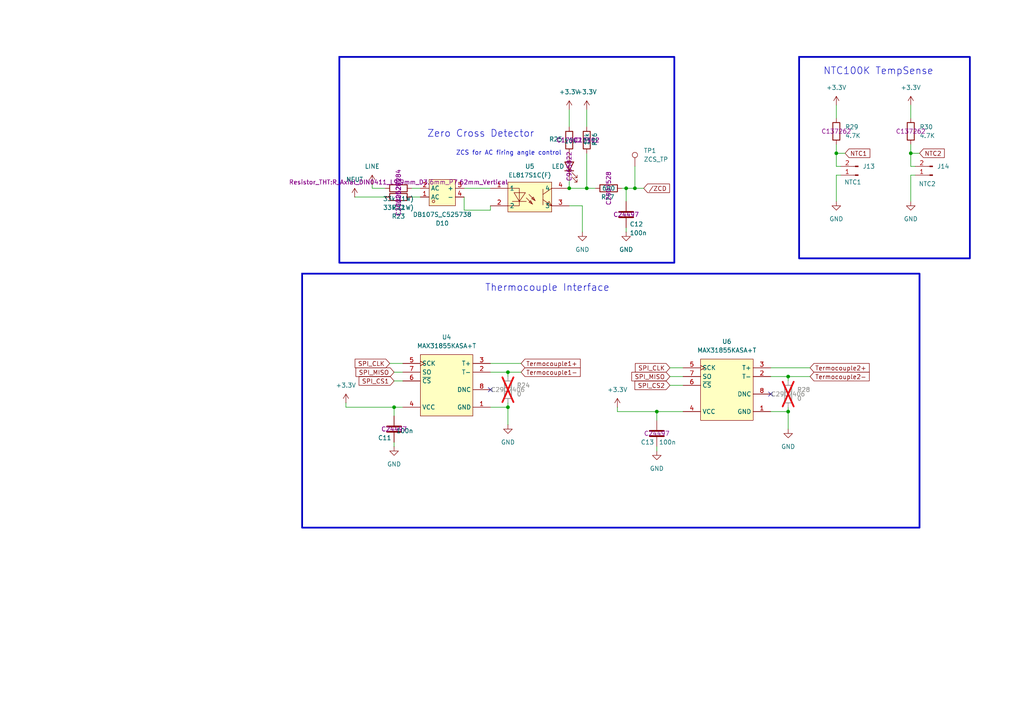
<source format=kicad_sch>
(kicad_sch (version 20250114) (generator "eeschema") (generator_version "9.0")
  (paper "A4")
  (lib_symbols
    (symbol "Connector:Conn_01x02_Pin" (pin_names (offset 1.016) (hide yes))
      (property "Reference" "J" (at 0 2.54 0))
      (property "Value" "Conn_01x02_Pin" (at 0 -5.08 0))
      (symbol "Conn_01x02_Pin_1_1"
        (rectangle (start 0.8636 0.127) (end 0 -0.127) (stroke (width 0.1524)) (fill (type outline)))
        (rectangle (start 0.8636 -2.413) (end 0 -2.667) (stroke (width 0.1524)) (fill (type outline)))
        (polyline (pts (xy 1.27 0) (xy 0.8636 0)) (stroke (width 0.1524)))
        (polyline (pts (xy 1.27 -2.54) (xy 0.8636 -2.54)) (stroke (width 0.1524)))
        (pin passive line (at 5.08 0 180) (length 3.81) (name "Pin_1") (number "1"))
        (pin passive line (at 5.08 -2.54 180) (length 3.81) (name "Pin_2") (number "2"))
      )
    )
    (symbol "Connector:TestPoint" (pin_numbers (hide yes)) (pin_names (offset 0.762) (hide yes))
      (property "Reference" "TP" (at 0 6.858 0))
      (property "Value" "TestPoint" (at 0 5.08 0))
      (symbol "TestPoint_0_1"
        (circle (center 0 3.302) (radius 0.762))
      )
      (symbol "TestPoint_1_1"
        (pin passive line (at 0 0 90) (length 2.54) (name "1") (number "1"))
      )
    )
    (symbol "Device:C" (pin_numbers (hide yes)) (pin_names (offset 0.254))
      (property "Reference" "C" (at 0.635 2.54 0))
      (property "Value" "C" (at 0.635 -2.54 0))
      (symbol "C_0_1"
        (polyline (pts (xy -2.032 0.762) (xy 2.032 0.762)) (stroke (width 0.508)))
        (polyline (pts (xy -2.032 -0.762) (xy 2.032 -0.762)) (stroke (width 0.508)))
      )
      (symbol "C_1_1"
        (pin passive line (at 0 3.81 270) (length 2.794) (name "~") (number "1"))
        (pin passive line (at 0 -3.81 90) (length 2.794) (name "~") (number "2"))
      )
    )
    (symbol "Device:LED" (pin_numbers (hide yes)) (pin_names (offset 1.016) (hide yes))
      (property "Reference" "D" (at 0 2.54 0))
      (property "Value" "LED" (at 0 -2.54 0))
      (symbol "LED_0_1"
        (polyline (pts (xy -3.048 -0.762) (xy -4.572 -2.286) (xy -3.81 -2.286) (xy -4.572 -2.286) (xy -4.572 -1.524)))
        (polyline (pts (xy -1.778 -0.762) (xy -3.302 -2.286) (xy -2.54 -2.286) (xy -3.302 -2.286) (xy -3.302 -1.524)))
        (polyline (pts (xy -1.27 0) (xy 1.27 0)))
        (polyline (pts (xy -1.27 -1.27) (xy -1.27 1.27)) (stroke (width 0.254)))
        (polyline (pts (xy 1.27 -1.27) (xy 1.27 1.27) (xy -1.27 0) (xy 1.27 -1.27)) (stroke (width 0.254)))
      )
      (symbol "LED_1_1"
        (pin passive line (at -3.81 0 0) (length 2.54) (name "K") (number "1"))
        (pin passive line (at 3.81 0 180) (length 2.54) (name "A") (number "2"))
      )
    )
    (symbol "Device:R" (pin_numbers (hide yes)) (pin_names (offset 0))
      (property "Reference" "R" (at 2.032 0 90))
      (property "Value" "R" (at 0 0 90))
      (symbol "R_0_1"
        (rectangle (start -1.016 -2.54) (end 1.016 2.54) (stroke (width 0.254)))
      )
      (symbol "R_1_1"
        (pin passive line (at 0 3.81 270) (length 1.27) (name "~") (number "1"))
        (pin passive line (at 0 -3.81 90) (length 1.27) (name "~") (number "2"))
      )
    )
    (symbol "EasyEDA:DB107S_C525738"
      (property "Reference" "D" (at 0 6.35 0))
      (property "Value" "DB107S_C525738" (at 0 -6.35 0))
      (symbol "DB107S_C525738_0_1"
        (rectangle (start -3.81 3.81) (end 3.81 -3.81) (fill (type background)))
        (circle (center -2.54 2.54) (radius 0.38))
        (pin unspecified line (at -6.35 1.27 0) (length 2.54) (name "AC") (number "1"))
        (pin unspecified line (at -6.35 -1.27 0) (length 2.54) (name "AC") (number "2"))
        (pin unspecified line (at 6.35 1.27 180) (length 2.54) (name "-") (number "4"))
        (pin unspecified line (at 6.35 -1.27 180) (length 2.54) (name "+") (number "3"))
      )
    )
    (symbol "EasyEDA:EL817S1C(F)"
      (property "Reference" "U" (at 0 7.62 0))
      (property "Value" "EL817S1C(F)" (at 0 -7.62 0))
      (symbol "EL817S1C(F)_0_1"
        (rectangle (start -7.62 4.32) (end 5.08 -4.32) (fill (type background)))
        (polyline (pts (xy -7.62 2.54) (xy -4.32 2.54) (xy -4.32 -2.54) (xy -7.62 -2.54)))
        (polyline (pts (xy -5.84 1.27) (xy -4.32 -1.27) (xy -2.54 1.27) (xy -5.84 1.27)) (fill (type background)))
        (polyline (pts (xy -2.29 -0.25) (xy -0.51 -2.03)))
        (polyline (pts (xy -2.29 -1.27) (xy -6.35 -1.27)))
        (polyline (pts (xy -1.52 0.76) (xy 0.25 -1.02)))
        (polyline (pts (xy -0.51 -2.03) (xy -1.02 -1.02) (xy -1.52 -1.52) (xy -0.51 -2.03)) (fill (type background)))
        (polyline (pts (xy 0.25 -1.02) (xy -0.25 0) (xy -0.76 -0.51) (xy 0.25 -1.02)) (fill (type background)))
        (polyline (pts (xy 2.54 2.29) (xy 2.54 -2.29)))
        (polyline (pts (xy 2.54 -0.76) (xy 5.08 -2.54)))
        (polyline (pts (xy 5.08 2.54) (xy 2.54 0.76)))
        (polyline (pts (xy 5.08 -2.54) (xy 4.32 -1.27) (xy 3.56 -2.29) (xy 5.08 -2.54)) (fill (type background)))
        (pin unspecified line (at -12.7 2.54 0) (length 5.08) (name "1") (number "1"))
        (pin unspecified line (at -12.7 -2.54 0) (length 5.08) (name "2") (number "2"))
        (pin unspecified line (at 10.16 2.54 180) (length 5.08) (name "4") (number "4"))
        (pin unspecified line (at 10.16 -2.54 180) (length 5.08) (name "3") (number "3"))
      )
    )
    (symbol "EasyEDA:MAX31855KASA+T"
      (property "Reference" "U" (at 0 11.43 0))
      (property "Value" "MAX31855KASA+T" (at 0 -11.43 0))
      (symbol "MAX31855KASA+T_0_1"
        (rectangle (start -7.62 8.89) (end 7.62 -8.89) (fill (type background)))
        (pin unspecified clock (at -12.7 6.35 0) (length 5.08) (name "SCK") (number "5"))
        (pin output line (at -12.7 3.81 0) (length 5.08) (name "SO") (number "7"))
        (pin unspecified line (at -12.7 1.27 0) (length 5.08) (name "~{CS}") (number "6"))
        (pin power_in line (at -12.7 -6.35 0) (length 5.08) (name "VCC") (number "4"))
        (pin unspecified line (at 12.7 6.35 180) (length 5.08) (name "T+") (number "3"))
        (pin unspecified line (at 12.7 3.81 180) (length 5.08) (name "T-") (number "2"))
        (pin unspecified line (at 12.7 -1.27 180) (length 5.08) (name "DNC") (number "8"))
        (pin power_in line (at 12.7 -6.35 180) (length 5.08) (name "GND") (number "1"))
      )
    )
    (symbol "power:+3.3V" (power) (pin_numbers (hide yes)) (pin_names (offset 0) (hide yes))
      (property "Value" "+3.3V" (at 0 3.556 0))
      (symbol "+3.3V_0_1"
        (polyline (pts (xy -0.762 1.27) (xy 0 2.54)))
        (polyline (pts (xy 0 2.54) (xy 0.762 1.27)))
        (polyline (pts (xy 0 0) (xy 0 2.54)))
      )
      (symbol "+3.3V_1_1"
        (pin power_in line (at 0 0 90) (length 0) (name "~") (number "1"))
      )
    )
    (symbol "power:GND" (power) (pin_numbers (hide yes)) (pin_names (offset 0) (hide yes))
      (property "Value" "GND" (at 0 -3.81 0))
      (symbol "GND_0_1"
        (polyline (pts (xy 0 0) (xy 0 -1.27) (xy 1.27 -1.27) (xy 0 -2.54) (xy -1.27 -1.27) (xy 0 -1.27)))
      )
      (symbol "GND_1_1"
        (pin power_in line (at 0 0 270) (length 0) (name "~") (number "1"))
      )
    )
    (symbol "power:LINE" (power) (pin_numbers (hide yes)) (pin_names (offset 0) (hide yes))
      (property "Value" "LINE" (at 0 3.556 0))
      (symbol "LINE_0_1"
        (polyline (pts (xy -0.762 1.27) (xy 0 2.54)))
        (polyline (pts (xy 0 2.54) (xy 0.762 1.27)))
        (polyline (pts (xy 0 0) (xy 0 2.54)))
      )
      (symbol "LINE_1_1"
        (pin power_in line (at 0 0 90) (length 0) (name "~") (number "1"))
      )
    )
    (symbol "power:NEUT" (power) (pin_numbers (hide yes)) (pin_names (offset 0) (hide yes))
      (property "Value" "NEUT" (at 0 3.556 0))
      (symbol "NEUT_0_1"
        (polyline (pts (xy -0.762 1.27) (xy 0 2.54)))
        (polyline (pts (xy 0 2.54) (xy 0.762 1.27)))
        (polyline (pts (xy 0 0) (xy 0 2.54)))
      )
      (symbol "NEUT_1_1"
        (pin power_in line (at 0 0 90) (length 0) (name "~") (number "1"))
      )
    )
  )
  (rectangle (start 87.63 79.375) (end 266.7 153.035) (stroke (width 0.508)))
  (rectangle (start 231.775 16.51) (end 281.305 74.93) (stroke (width 0.508)))
  (rectangle (start 98.425 16.51) (end 195.58 76.2) (stroke (width 0.508)))
  (text "Zero Cross Detector" (at 139.446 38.862 0) (effects (font (size 2.032 2.032))))
  (text "Thermocouple Interface" (at 158.75 83.566 0) (effects (font (size 2.032 2.032))))
  (text "NTC100K TempSense\n\n" (at 254.762 22.352 0) (effects (font (size 2.032 2.032))))
  (text "ZCS for AC firing angle control\n" (at 147.574 44.45 0) (effects (font (size 1.27 1.27))))
  (junction (at 242.57 44.45))
  (junction (at 147.32 118.11))
  (junction (at 114.3 118.11))
  (junction (at 190.5 119.38))
  (junction (at 170.18 54.61))
  (junction (at 228.6 119.38))
  (junction (at 228.6 109.22))
  (junction (at 181.61 54.61))
  (junction (at 264.16 44.45))
  (junction (at 184.15 54.61))
  (junction (at 147.32 107.95))
  (junction (at 165.1 54.61))
  (no_connect (at 142.24 113.03))
  (no_connect (at 223.52 114.3))
  (wire (pts (xy 147.32 107.95) (xy 151.13 107.95)))
  (wire (pts (xy 264.16 41.91) (xy 264.16 44.45)))
  (wire (pts (xy 228.6 118.11) (xy 228.6 119.38)))
  (wire (pts (xy 114.3 129.54) (xy 114.3 128.27)))
  (wire (pts (xy 179.07 119.38) (xy 190.5 119.38)))
  (wire (pts (xy 113.03 105.41) (xy 116.84 105.41)))
  (wire (pts (xy 142.24 105.41) (xy 151.13 105.41)))
  (wire (pts (xy 223.52 109.22) (xy 228.6 109.22)))
  (wire (pts (xy 114.3 110.49) (xy 116.84 110.49)))
  (wire (pts (xy 194.31 109.22) (xy 198.12 109.22)))
  (wire (pts (xy 107.95 54.61) (xy 111.76 54.61)))
  (wire (pts (xy 264.16 44.45) (xy 264.16 48.26)))
  (wire (pts (xy 100.33 116.84) (xy 100.33 118.11)))
  (wire (pts (xy 147.32 116.84) (xy 147.32 118.11)))
  (wire (pts (xy 228.6 109.22) (xy 234.95 109.22)))
  (wire (pts (xy 119.38 54.61) (xy 121.92 54.61)))
  (wire (pts (xy 264.16 44.45) (xy 266.7 44.45)))
  (wire (pts (xy 165.1 59.69) (xy 168.91 59.69)))
  (wire (pts (xy 170.18 31.75) (xy 170.18 36.83)))
  (wire (pts (xy 147.32 107.95) (xy 147.32 109.22)))
  (wire (pts (xy 142.24 107.95) (xy 147.32 107.95)))
  (wire (pts (xy 102.87 57.15) (xy 111.76 57.15)))
  (wire (pts (xy 170.18 44.45) (xy 170.18 54.61)))
  (wire (pts (xy 194.31 111.76) (xy 198.12 111.76)))
  (wire (pts (xy 179.07 118.11) (xy 179.07 119.38)))
  (wire (pts (xy 147.32 123.19) (xy 147.32 118.11)))
  (wire (pts (xy 264.16 48.26) (xy 265.43 48.26)))
  (wire (pts (xy 242.57 30.48) (xy 242.57 34.29)))
  (wire (pts (xy 134.62 60.96) (xy 134.62 57.15)))
  (wire (pts (xy 264.16 30.48) (xy 264.16 34.29)))
  (wire (pts (xy 165.1 52.07) (xy 165.1 54.61)))
  (wire (pts (xy 228.6 119.38) (xy 223.52 119.38)))
  (wire (pts (xy 194.31 106.68) (xy 198.12 106.68)))
  (wire (pts (xy 264.16 50.8) (xy 264.16 58.42)))
  (wire (pts (xy 228.6 109.22) (xy 228.6 110.49)))
  (wire (pts (xy 100.33 118.11) (xy 114.3 118.11)))
  (wire (pts (xy 107.95 53.34) (xy 107.95 54.61)))
  (wire (pts (xy 142.24 60.96) (xy 142.24 59.69)))
  (wire (pts (xy 242.57 44.45) (xy 242.57 48.26)))
  (wire (pts (xy 181.61 54.61) (xy 181.61 58.42)))
  (wire (pts (xy 228.6 124.46) (xy 228.6 119.38)))
  (wire (pts (xy 114.3 118.11) (xy 116.84 118.11)))
  (wire (pts (xy 165.1 31.75) (xy 165.1 36.83)))
  (wire (pts (xy 181.61 54.61) (xy 184.15 54.61)))
  (wire (pts (xy 119.38 57.15) (xy 121.92 57.15)))
  (wire (pts (xy 264.16 50.8) (xy 265.43 50.8)))
  (wire (pts (xy 242.57 50.8) (xy 242.57 58.42)))
  (wire (pts (xy 190.5 119.38) (xy 198.12 119.38)))
  (wire (pts (xy 114.3 107.95) (xy 116.84 107.95)))
  (wire (pts (xy 242.57 44.45) (xy 245.11 44.45)))
  (wire (pts (xy 134.62 60.96) (xy 142.24 60.96)))
  (wire (pts (xy 190.5 130.81) (xy 190.5 129.54)))
  (wire (pts (xy 184.15 48.26) (xy 184.15 54.61)))
  (wire (pts (xy 242.57 41.91) (xy 242.57 44.45)))
  (wire (pts (xy 242.57 48.26) (xy 243.84 48.26)))
  (wire (pts (xy 170.18 54.61) (xy 172.72 54.61)))
  (wire (pts (xy 165.1 54.61) (xy 170.18 54.61)))
  (wire (pts (xy 181.61 66.04) (xy 181.61 67.31)))
  (wire (pts (xy 190.5 119.38) (xy 190.5 121.92)))
  (wire (pts (xy 134.62 54.61) (xy 142.24 54.61)))
  (wire (pts (xy 168.91 59.69) (xy 168.91 67.31)))
  (wire (pts (xy 180.34 54.61) (xy 181.61 54.61)))
  (wire (pts (xy 242.57 50.8) (xy 243.84 50.8)))
  (wire (pts (xy 223.52 106.68) (xy 234.95 106.68)))
  (wire (pts (xy 184.15 54.61) (xy 186.69 54.61)))
  (wire (pts (xy 147.32 118.11) (xy 142.24 118.11)))
  (wire (pts (xy 114.3 118.11) (xy 114.3 120.65)))
  (global_label "NTC2" (shape input) (at 266.7 44.45 0) (property "Intersheetrefs" "${INTERSHEET_REFS}" (effects (hide yes))))
  (global_label "SPI_CS2" (shape input) (at 194.31 111.76 180) (property "Intersheetrefs" "${INTERSHEET_REFS}" (effects (hide yes))))
  (global_label "Termocouple2+" (shape input) (at 234.95 106.68 0) (property "Intersheetrefs" "${INTERSHEET_REFS}" (effects (hide yes))))
  (global_label "SPI_MISO" (shape input) (at 114.3 107.95 180) (property "Intersheetrefs" "${INTERSHEET_REFS}" (effects (hide yes))))
  (global_label "Termocouple1-" (shape input) (at 151.13 107.95 0) (property "Intersheetrefs" "${INTERSHEET_REFS}" (effects (hide yes))))
  (global_label "{slash}ZCD" (shape input) (at 186.69 54.61 0) (property "Intersheetrefs" "${INTERSHEET_REFS}" (effects (hide yes))))
  (global_label "NTC1" (shape input) (at 245.11 44.45 0) (property "Intersheetrefs" "${INTERSHEET_REFS}" (effects (hide yes))))
  (global_label "Termocouple1+" (shape input) (at 151.13 105.41 0) (property "Intersheetrefs" "${INTERSHEET_REFS}" (effects (hide yes))))
  (global_label "SPI_CS1" (shape input) (at 114.3 110.49 180) (property "Intersheetrefs" "${INTERSHEET_REFS}" (effects (hide yes))))
  (global_label "SPI_CLK" (shape input) (at 194.31 106.68 180) (property "Intersheetrefs" "${INTERSHEET_REFS}" (effects (hide yes))))
  (global_label "Termocouple2-" (shape input) (at 234.95 109.22 0) (property "Intersheetrefs" "${INTERSHEET_REFS}" (effects (hide yes))))
  (global_label "SPI_CLK" (shape input) (at 113.03 105.41 180) (property "Intersheetrefs" "${INTERSHEET_REFS}" (effects (hide yes))))
  (global_label "SPI_MISO" (shape input) (at 194.31 109.22 180) (property "Intersheetrefs" "${INTERSHEET_REFS}" (effects (hide yes))))
  (symbol (lib_id "Device:R") (at 264.16 38.1 0) (unit 1)
    (property "Reference" "R30" (at 266.7 36.8299 0) (effects (justify left)))
    (property "Value" "4.7K" (at 266.7 39.3699 0) (effects (justify left)))
    (property "Footprint" "Resistor_SMD:R_1206_3216Metric_Pad1.30x1.75mm_HandSolder" (effects (hide yes)))
    (property "Description" "Resistor" (effects (hide yes)))
    (property "LCSC Part" "C137262" (at 264.16 38.1 0))
  )
  (symbol (lib_id "Connector:Conn_01x02_Pin") (at 248.92 50.8 180) (unit 1) (in_bom no)
    (property "Reference" "J13" (at 250.19 48.2599 0) (effects (justify right)))
    (property "Value" "NTC1" (at 244.856 52.832 0) (effects (justify right)))
    (property "Footprint" "Connector_PinHeader_2.54mm:PinHeader_1x02_P2.54mm_Vertical" (effects (hide yes)))
    (property "Description" "Generic connector, single row, 01x02, script generated" (effects (hide yes)))
  )
  (symbol (lib_id "Device:C") (at 190.5 125.73 180) (unit 1)
    (property "Reference" "C13" (at 189.738 128.27 0) (effects (justify left)))
    (property "Value" "100n" (at 196.088 128.27 0) (effects (justify left)))
    (property "Footprint" "Capacitor_SMD:C_1206_3216Metric_Pad1.33x1.80mm_HandSolder" (effects (hide yes)))
    (property "Description" "Unpolarized capacitor" (effects (hide yes)))
    (property "LCSC Part" "C24497" (at 190.5 125.73 0))
  )
  (symbol (lib_id "power:GND") (at 242.57 58.42 0) (unit 1)
    (property "Reference" "#PWR071" (effects (hide yes)))
    (property "Value" "GND" (at 242.57 63.5 0))
    (property "Description" "Power symbol creates a global label with name \"GND\" , ground" (effects (hide yes)))
  )
  (symbol (lib_id "EasyEDA:DB107S_C525738") (at 128.27 55.88 0) (mirror x) (unit 1)
    (property "Reference" "D10" (at 128.27 64.77 0))
    (property "Value" "DB107S_C525738" (at 128.27 62.23 0))
    (property "Footprint" "EasyEDA:DBS_L8.4-W6.4-P5.10-LS10.2-BL" (effects (hide yes)))
    (property "Datasheet" "https://lcsc.com/product-detail/Bridge-Rectifiers_GOODWORK-DB107S_C525738.html" (effects (hide yes)))
    (property "LCSC Part" "C525738" (effects (hide yes)))
  )
  (symbol (lib_id "power:GND") (at 190.5 130.81 0) (unit 1)
    (property "Reference" "#PWR068" (effects (hide yes)))
    (property "Value" "GND" (at 190.5 135.89 0))
    (property "Description" "Power symbol creates a global label with name \"GND\" , ground" (effects (hide yes)))
  )
  (symbol (lib_id "power:+3.3V") (at 179.07 118.11 0) (unit 1)
    (property "Reference" "#PWR066" (effects (hide yes)))
    (property "Value" "+3.3V" (at 179.07 113.03 0))
    (property "Description" "Power symbol creates a global label with name \"+3.3V\"" (effects (hide yes)))
  )
  (symbol (lib_id "EasyEDA:MAX31855KASA+T") (at 129.54 111.76 0) (unit 1)
    (property "Reference" "U4" (at 129.54 97.79 0))
    (property "Value" "MAX31855KASA+T" (at 129.54 100.33 0))
    (property "Footprint" "EasyEDA:SO-8_L4.9-W3.9-P1.27-LS5.9-BL" (effects (hide yes)))
    (property "Datasheet" "https://lcsc.com/product-detail/Analog-ICs_MAXIM_MAX31855KASA-T_MAX31855KASA-T_C52028.html" (effects (hide yes)))
    (property "LCSC Part" "C52028" (effects (hide yes)))
  )
  (symbol (lib_id "Device:R") (at 228.6 114.3 0) (unit 1) (dnp yes)
    (property "Reference" "R28" (at 231.14 113.0299 0) (effects (justify left)))
    (property "Value" "0" (at 231.14 115.5699 0) (effects (justify left)))
    (property "Footprint" "Resistor_SMD:R_1206_3216Metric_Pad1.30x1.75mm_HandSolder" (effects (hide yes)))
    (property "Description" "Resistor" (effects (hide yes)))
    (property "LCSC Part" "C2907406" (at 228.6 114.3 0))
  )
  (symbol (lib_id "power:GND") (at 147.32 123.19 0) (unit 1)
    (property "Reference" "#PWR062" (effects (hide yes)))
    (property "Value" "GND" (at 147.32 128.27 0))
    (property "Description" "Power symbol creates a global label with name \"GND\" , ground" (effects (hide yes)))
  )
  (symbol (lib_id "EasyEDA:EL817S1C(F)") (at 154.94 57.15 0) (unit 1)
    (property "Reference" "U5" (at 153.67 48.26 0))
    (property "Value" "EL817S1C(F)" (at 153.67 50.8 0))
    (property "Footprint" "EasyEDA:SOP-4_L6.5-W4.6-P2.54-LS10.3-TL" (effects (hide yes)))
    (property "LCSC Part" "C2912100" (effects (hide yes)))
  )
  (symbol (lib_id "power:+3.3V") (at 100.33 116.84 0) (unit 1)
    (property "Reference" "#PWR058" (effects (hide yes)))
    (property "Value" "+3.3V" (at 100.33 111.76 0))
    (property "Description" "Power symbol creates a global label with name \"+3.3V\"" (effects (hide yes)))
  )
  (symbol (lib_id "power:GND") (at 114.3 129.54 0) (unit 1)
    (property "Reference" "#PWR061" (effects (hide yes)))
    (property "Value" "GND" (at 114.3 134.62 0))
    (property "Description" "Power symbol creates a global label with name \"GND\" , ground" (effects (hide yes)))
  )
  (symbol (lib_id "power:NEUT") (at 102.87 57.15 0) (unit 1)
    (property "Reference" "#PWR059" (effects (hide yes)))
    (property "Value" "NEUT" (at 102.87 52.07 0))
    (property "Description" "Power symbol creates a global label with name \"NEUT\"" (effects (hide yes)))
  )
  (symbol (lib_id "Device:R") (at 170.18 40.64 180) (unit 1)
    (property "Reference" "R26" (at 172.466 40.386 90))
    (property "Value" "10k" (at 170.18 40.386 90))
    (property "Footprint" "Resistor_SMD:R_1206_3216Metric_Pad1.30x1.75mm_HandSolder" (effects (hide yes)))
    (property "Description" "Resistor" (effects (hide yes)))
    (property "LCSC Part" "C17902" (at 170.18 40.64 0))
  )
  (symbol (lib_id "power:+3.3V") (at 170.18 31.75 0) (unit 1)
    (property "Reference" "#PWR065" (effects (hide yes)))
    (property "Value" "+3.3V" (at 170.18 26.67 0))
    (property "Description" "Power symbol creates a global label with name \"+3.3V\"" (effects (hide yes)))
  )
  (symbol (lib_id "Device:R") (at 115.57 54.61 270) (unit 1)
    (property "Reference" "R22" (at 115.57 60.198 90))
    (property "Value" "33k (1W)" (at 115.57 57.658 90))
    (property "Footprint" "Resistor_THT:R_Axial_DIN0411_L9.9mm_D3.6mm_P7.62mm_Vertical" (at 115.57 52.832 90))
    (property "Description" "Resistor" (effects (hide yes)))
    (property "LCSC Part" "C20625284" (at 115.57 54.61 0))
  )
  (symbol (lib_id "Device:C") (at 181.61 62.23 0) (unit 1)
    (property "Reference" "C12" (at 182.626 65.024 0) (effects (justify left)))
    (property "Value" "100n" (at 182.626 67.564 0) (effects (justify left)))
    (property "Footprint" "Capacitor_SMD:C_1206_3216Metric_Pad1.33x1.80mm_HandSolder" (effects (hide yes)))
    (property "Description" "Unpolarized capacitor" (effects (hide yes)))
    (property "LCSC Part" "C24497" (at 181.61 62.23 0))
  )
  (symbol (lib_id "Connector:Conn_01x02_Pin") (at 270.51 50.8 180) (unit 1) (in_bom no)
    (property "Reference" "J14" (at 271.78 48.2599 0) (effects (justify right)))
    (property "Value" "NTC2" (at 266.446 53.34 0) (effects (justify right)))
    (property "Footprint" "Connector_PinHeader_2.54mm:PinHeader_1x02_P2.54mm_Vertical" (effects (hide yes)))
    (property "Description" "Generic connector, single row, 01x02, script generated" (effects (hide yes)))
  )
  (symbol (lib_id "Device:R") (at 165.1 40.64 0) (unit 1)
    (property "Reference" "R25" (at 159.258 40.386 0) (effects (justify left)))
    (property "Value" "10k" (at 163.576 40.894 0) (effects (justify left)))
    (property "Footprint" "Resistor_SMD:R_1206_3216Metric_Pad1.30x1.75mm_HandSolder" (effects (hide yes)))
    (property "Description" "Resistor" (effects (hide yes)))
    (property "LCSC Part" "C17902" (at 165.1 40.64 0))
  )
  (symbol (lib_id "Device:LED") (at 165.1 48.26 90) (unit 1)
    (property "Reference" "D11" (at 168.91 40.894 90) (effects (justify right)))
    (property "Value" "LED" (at 160.02 48.26 90) (effects (justify right)))
    (property "Footprint" "LED_SMD:LED_1206_3216Metric_Pad1.42x1.75mm_HandSolder" (effects (hide yes)))
    (property "Description" "Light emitting diode" (effects (hide yes)))
    (property "Sim.Pins" "1=K 2=A" (effects (hide yes)))
    (property "LCSC Part" "C965822" (at 165.1 48.26 0))
  )
  (symbol (lib_id "power:GND") (at 181.61 67.31 0) (unit 1)
    (property "Reference" "#PWR067" (effects (hide yes)))
    (property "Value" "GND" (at 181.61 72.39 0))
    (property "Description" "Power symbol creates a global label with name \"GND\" , ground" (effects (hide yes)))
  )
  (symbol (lib_id "Device:R") (at 115.57 57.15 270) (unit 1)
    (property "Reference" "R23" (at 115.57 62.738 90))
    (property "Value" "33k (1W)" (at 115.57 60.198 90))
    (property "Footprint" "Resistor_THT:R_Axial_DIN0411_L9.9mm_D3.6mm_P7.62mm_Vertical" (effects (hide yes)))
    (property "Description" "Resistor" (effects (hide yes)))
    (property "LCSC Part" "C20625284" (at 115.57 57.15 0))
  )
  (symbol (lib_id "power:GND") (at 168.91 67.31 0) (unit 1)
    (property "Reference" "#PWR064" (effects (hide yes)))
    (property "Value" "GND" (at 168.91 72.39 0))
    (property "Description" "Power symbol creates a global label with name \"GND\" , ground" (effects (hide yes)))
  )
  (symbol (lib_id "Device:R") (at 147.32 113.03 0) (unit 1) (dnp yes)
    (property "Reference" "R24" (at 149.86 111.7599 0) (effects (justify left)))
    (property "Value" "0" (at 149.86 114.2999 0) (effects (justify left)))
    (property "Footprint" "Resistor_SMD:R_1206_3216Metric_Pad1.30x1.75mm_HandSolder" (effects (hide yes)))
    (property "Description" "Resistor" (effects (hide yes)))
    (property "LCSC Part" "C2907406" (at 147.32 113.03 0))
  )
  (symbol (lib_id "power:+3.3V") (at 242.57 30.48 0) (unit 1)
    (property "Reference" "#PWR070" (effects (hide yes)))
    (property "Value" "+3.3V" (at 242.57 25.4 0))
    (property "Description" "Power symbol creates a global label with name \"+3.3V\"" (effects (hide yes)))
  )
  (symbol (lib_id "EasyEDA:MAX31855KASA+T") (at 210.82 113.03 0) (unit 1)
    (property "Reference" "U6" (at 210.82 99.06 0))
    (property "Value" "MAX31855KASA+T" (at 210.82 101.6 0))
    (property "Footprint" "EasyEDA:SO-8_L4.9-W3.9-P1.27-LS5.9-BL" (effects (hide yes)))
    (property "Datasheet" "https://lcsc.com/product-detail/Analog-ICs_MAXIM_MAX31855KASA-T_MAX31855KASA-T_C52028.html" (effects (hide yes)))
    (property "LCSC Part" "C52028" (effects (hide yes)))
  )
  (symbol (lib_id "Connector:TestPoint") (at 184.15 48.26 0) (unit 1) (in_bom no)
    (property "Reference" "TP1" (at 186.69 43.6879 0) (effects (justify left)))
    (property "Value" "ZCS_TP" (at 186.69 46.2279 0) (effects (justify left)))
    (property "Footprint" "TestPoint:TestPoint_THTPad_2.0x2.0mm_Drill1.0mm" (effects (hide yes)))
    (property "Description" "test point" (effects (hide yes)))
  )
  (symbol (lib_id "Device:R") (at 242.57 38.1 0) (unit 1)
    (property "Reference" "R29" (at 245.11 36.8299 0) (effects (justify left)))
    (property "Value" "4.7K" (at 245.11 39.3699 0) (effects (justify left)))
    (property "Footprint" "Resistor_SMD:R_1206_3216Metric_Pad1.30x1.75mm_HandSolder" (effects (hide yes)))
    (property "Description" "Resistor" (effects (hide yes)))
    (property "LCSC Part" "C137262" (at 242.57 38.1 0))
  )
  (symbol (lib_id "power:GND") (at 228.6 124.46 0) (unit 1)
    (property "Reference" "#PWR069" (effects (hide yes)))
    (property "Value" "GND" (at 228.6 129.54 0))
    (property "Description" "Power symbol creates a global label with name \"GND\" , ground" (effects (hide yes)))
  )
  (symbol (lib_id "power:+3.3V") (at 264.16 30.48 0) (unit 1)
    (property "Reference" "#PWR072" (effects (hide yes)))
    (property "Value" "+3.3V" (at 264.16 25.4 0))
    (property "Description" "Power symbol creates a global label with name \"+3.3V\"" (effects (hide yes)))
  )
  (symbol (lib_id "power:LINE") (at 107.95 53.34 0) (mirror y) (unit 1)
    (property "Reference" "#PWR060" (effects (hide yes)))
    (property "Value" "LINE" (at 107.95 48.26 0))
    (property "Description" "Power symbol creates a global label with name \"LINE\"" (effects (hide yes)))
  )
  (symbol (lib_id "Device:C") (at 114.3 124.46 180) (unit 1)
    (property "Reference" "C11" (at 113.538 127 0) (effects (justify left)))
    (property "Value" "100n" (at 119.888 124.968 0) (effects (justify left)))
    (property "Footprint" "Capacitor_SMD:C_1206_3216Metric_Pad1.33x1.80mm_HandSolder" (effects (hide yes)))
    (property "Description" "Unpolarized capacitor" (effects (hide yes)))
    (property "LCSC Part" "C24497" (at 114.3 124.46 0))
  )
  (symbol (lib_id "power:+3.3V") (at 165.1 31.75 0) (unit 1)
    (property "Reference" "#PWR063" (effects (hide yes)))
    (property "Value" "+3.3V" (at 165.1 26.67 0))
    (property "Description" "Power symbol creates a global label with name \"+3.3V\"" (effects (hide yes)))
  )
  (symbol (lib_id "power:GND") (at 264.16 58.42 0) (unit 1)
    (property "Reference" "#PWR073" (effects (hide yes)))
    (property "Value" "GND" (at 264.16 63.5 0))
    (property "Description" "Power symbol creates a global label with name \"GND\" , ground" (effects (hide yes)))
  )
  (symbol (lib_id "Device:R") (at 176.53 54.61 270) (mirror x) (unit 1)
    (property "Reference" "R27" (at 176.276 57.15 90))
    (property "Value" "680" (at 176.53 54.61 90))
    (property "Footprint" "Resistor_SMD:R_1206_3216Metric_Pad1.30x1.75mm_HandSolder" (effects (hide yes)))
    (property "Description" "Resistor" (effects (hide yes)))
    (property "LCSC Part" "C2907528" (at 176.53 54.61 0))
  )
)
</source>
